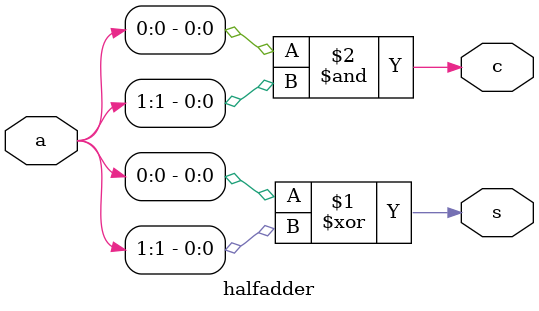
<source format=v>
module halfadder(a,s,c);
input [1:0] a;
output s,c;

assign s = a[0]^a[1]; 
assign c = a[0]&a[1];
endmodule

</source>
